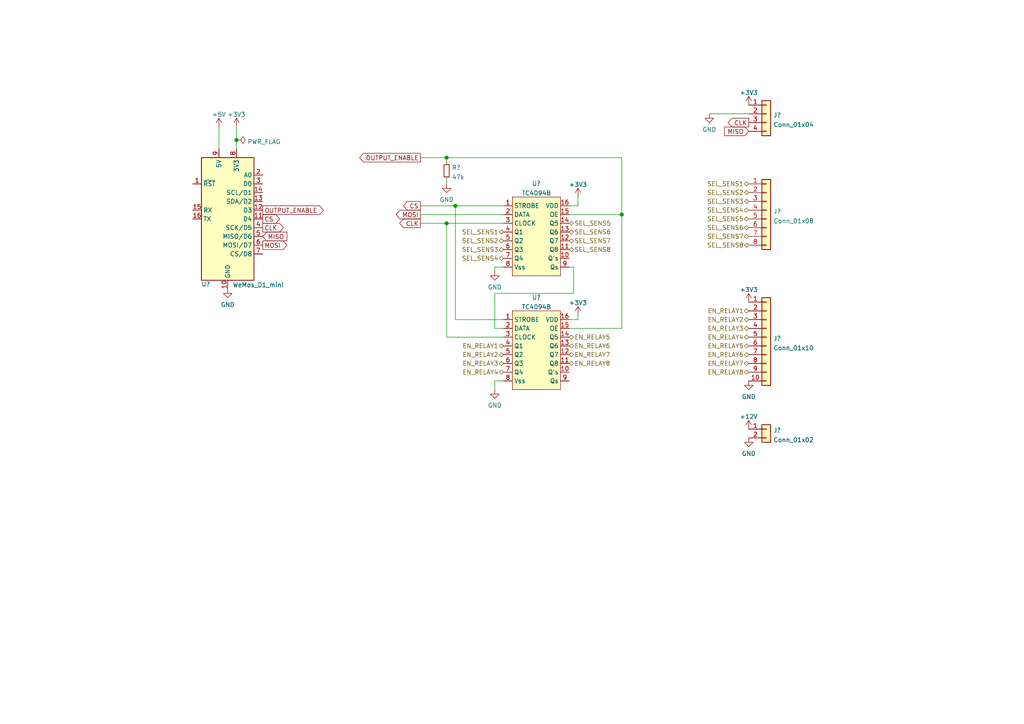
<source format=kicad_sch>
(kicad_sch (version 20210621) (generator eeschema)
  (paper "A4")
  (lib_symbols
    (symbol "Connector_Generic:Conn_01x02" (pin_names (offset 1.016) hide)
      (property "Reference" "J" (at 0 2.54 0))
      (property "Value" "Conn_01x02" (at 0 -5.08 0))
      (symbol "Conn_01x02_1_1"
        (rectangle (start -1.27 -2.413) (end 0 -2.667) (stroke (width 0.1524)))
        (rectangle (start -1.27 0.127) (end 0 -0.127) (stroke (width 0.1524)))
        (rectangle (start -1.27 1.27) (end 1.27 -3.81) (stroke (width 0.254)) (fill (type background)))
        (pin passive line (at -5.08 0 0) (length 3.81) (name "Pin_1") (number "1"))
        (pin passive line (at -5.08 -2.54 0) (length 3.81) (name "Pin_2") (number "2"))
      )
    )
    (symbol "Connector_Generic:Conn_01x04" (pin_names (offset 1.016) hide)
      (property "Reference" "J" (at 0 5.08 0))
      (property "Value" "Conn_01x04" (at 0 -7.62 0))
      (symbol "Conn_01x04_1_1"
        (rectangle (start -1.27 -4.953) (end 0 -5.207) (stroke (width 0.1524)))
        (rectangle (start -1.27 -2.413) (end 0 -2.667) (stroke (width 0.1524)))
        (rectangle (start -1.27 0.127) (end 0 -0.127) (stroke (width 0.1524)))
        (rectangle (start -1.27 2.667) (end 0 2.413) (stroke (width 0.1524)))
        (rectangle (start -1.27 3.81) (end 1.27 -6.35) (stroke (width 0.254)) (fill (type background)))
        (pin passive line (at -5.08 2.54 0) (length 3.81) (name "Pin_1") (number "1"))
        (pin passive line (at -5.08 0 0) (length 3.81) (name "Pin_2") (number "2"))
        (pin passive line (at -5.08 -2.54 0) (length 3.81) (name "Pin_3") (number "3"))
        (pin passive line (at -5.08 -5.08 0) (length 3.81) (name "Pin_4") (number "4"))
      )
    )
    (symbol "Connector_Generic:Conn_01x08" (pin_names (offset 1.016) hide)
      (property "Reference" "J" (at 0 10.16 0))
      (property "Value" "Conn_01x08" (at 0 -12.7 0))
      (symbol "Conn_01x08_1_1"
        (rectangle (start -1.27 -10.033) (end 0 -10.287) (stroke (width 0.1524)))
        (rectangle (start -1.27 -7.493) (end 0 -7.747) (stroke (width 0.1524)))
        (rectangle (start -1.27 -4.953) (end 0 -5.207) (stroke (width 0.1524)))
        (rectangle (start -1.27 -2.413) (end 0 -2.667) (stroke (width 0.1524)))
        (rectangle (start -1.27 0.127) (end 0 -0.127) (stroke (width 0.1524)))
        (rectangle (start -1.27 2.667) (end 0 2.413) (stroke (width 0.1524)))
        (rectangle (start -1.27 5.207) (end 0 4.953) (stroke (width 0.1524)))
        (rectangle (start -1.27 7.747) (end 0 7.493) (stroke (width 0.1524)))
        (rectangle (start -1.27 8.89) (end 1.27 -11.43) (stroke (width 0.254)) (fill (type background)))
        (pin passive line (at -5.08 7.62 0) (length 3.81) (name "Pin_1") (number "1"))
        (pin passive line (at -5.08 5.08 0) (length 3.81) (name "Pin_2") (number "2"))
        (pin passive line (at -5.08 2.54 0) (length 3.81) (name "Pin_3") (number "3"))
        (pin passive line (at -5.08 0 0) (length 3.81) (name "Pin_4") (number "4"))
        (pin passive line (at -5.08 -2.54 0) (length 3.81) (name "Pin_5") (number "5"))
        (pin passive line (at -5.08 -5.08 0) (length 3.81) (name "Pin_6") (number "6"))
        (pin passive line (at -5.08 -7.62 0) (length 3.81) (name "Pin_7") (number "7"))
        (pin passive line (at -5.08 -10.16 0) (length 3.81) (name "Pin_8") (number "8"))
      )
    )
    (symbol "Connector_Generic:Conn_01x10" (pin_names (offset 1.016) hide)
      (property "Reference" "J" (at 0 12.7 0))
      (property "Value" "Conn_01x10" (at 0 -15.24 0))
      (symbol "Conn_01x10_1_1"
        (rectangle (start -1.27 -12.573) (end 0 -12.827) (stroke (width 0.1524)))
        (rectangle (start -1.27 -10.033) (end 0 -10.287) (stroke (width 0.1524)))
        (rectangle (start -1.27 -7.493) (end 0 -7.747) (stroke (width 0.1524)))
        (rectangle (start -1.27 -4.953) (end 0 -5.207) (stroke (width 0.1524)))
        (rectangle (start -1.27 -2.413) (end 0 -2.667) (stroke (width 0.1524)))
        (rectangle (start -1.27 0.127) (end 0 -0.127) (stroke (width 0.1524)))
        (rectangle (start -1.27 2.667) (end 0 2.413) (stroke (width 0.1524)))
        (rectangle (start -1.27 5.207) (end 0 4.953) (stroke (width 0.1524)))
        (rectangle (start -1.27 7.747) (end 0 7.493) (stroke (width 0.1524)))
        (rectangle (start -1.27 10.287) (end 0 10.033) (stroke (width 0.1524)))
        (rectangle (start -1.27 11.43) (end 1.27 -13.97) (stroke (width 0.254)) (fill (type background)))
        (pin passive line (at -5.08 10.16 0) (length 3.81) (name "Pin_1") (number "1"))
        (pin passive line (at -5.08 -12.7 0) (length 3.81) (name "Pin_10") (number "10"))
        (pin passive line (at -5.08 7.62 0) (length 3.81) (name "Pin_2") (number "2"))
        (pin passive line (at -5.08 5.08 0) (length 3.81) (name "Pin_3") (number "3"))
        (pin passive line (at -5.08 2.54 0) (length 3.81) (name "Pin_4") (number "4"))
        (pin passive line (at -5.08 0 0) (length 3.81) (name "Pin_5") (number "5"))
        (pin passive line (at -5.08 -2.54 0) (length 3.81) (name "Pin_6") (number "6"))
        (pin passive line (at -5.08 -5.08 0) (length 3.81) (name "Pin_7") (number "7"))
        (pin passive line (at -5.08 -7.62 0) (length 3.81) (name "Pin_8") (number "8"))
        (pin passive line (at -5.08 -10.16 0) (length 3.81) (name "Pin_9") (number "9"))
      )
    )
    (symbol "Device:R_Small" (pin_numbers hide) (pin_names (offset 0.254) hide)
      (property "Reference" "R" (at 0.762 0.508 0))
      (property "Value" "R_Small" (at 0.762 -1.016 0))
      (symbol "R_Small_0_1"
        (rectangle (start -0.762 1.778) (end 0.762 -1.778) (stroke (width 0.2032)))
      )
      (symbol "R_Small_1_1"
        (pin passive line (at 0 2.54 270) (length 0.762) (name "~") (number "1"))
        (pin passive line (at 0 -2.54 90) (length 0.762) (name "~") (number "2"))
      )
    )
    (symbol "MCU_Module:WeMos_D1_mini"
      (property "Reference" "U" (at 3.81 19.05 0))
      (property "Value" "WeMos_D1_mini" (at 1.27 -19.05 0))
      (symbol "WeMos_D1_mini_1_1"
        (rectangle (start -7.62 17.78) (end 7.62 -17.78) (stroke (width 0.254)) (fill (type background)))
        (pin input line (at -10.16 10.16 0) (length 2.54) (name "~{RST}") (number "1"))
        (pin power_in line (at 0 -20.32 90) (length 2.54) (name "GND") (number "10"))
        (pin bidirectional line (at 10.16 0 180) (length 2.54) (name "D4") (number "11"))
        (pin bidirectional line (at 10.16 2.54 180) (length 2.54) (name "D3") (number "12"))
        (pin bidirectional line (at 10.16 5.08 180) (length 2.54) (name "SDA/D2") (number "13"))
        (pin bidirectional line (at 10.16 7.62 180) (length 2.54) (name "SCL/D1") (number "14"))
        (pin input line (at -10.16 2.54 0) (length 2.54) (name "RX") (number "15"))
        (pin output line (at -10.16 0 0) (length 2.54) (name "TX") (number "16"))
        (pin input line (at 10.16 12.7 180) (length 2.54) (name "A0") (number "2"))
        (pin bidirectional line (at 10.16 10.16 180) (length 2.54) (name "D0") (number "3"))
        (pin bidirectional line (at 10.16 -2.54 180) (length 2.54) (name "SCK/D5") (number "4"))
        (pin bidirectional line (at 10.16 -5.08 180) (length 2.54) (name "MISO/D6") (number "5"))
        (pin bidirectional line (at 10.16 -7.62 180) (length 2.54) (name "MOSI/D7") (number "6"))
        (pin bidirectional line (at 10.16 -10.16 180) (length 2.54) (name "CS/D8") (number "7"))
        (pin power_out line (at 2.54 20.32 270) (length 2.54) (name "3V3") (number "8"))
        (pin power_in line (at -2.54 20.32 270) (length 2.54) (name "5V") (number "9"))
      )
    )
    (symbol "phase_angle_control:TC4094B"
      (property "Reference" "U" (at -1.27 0 0))
      (property "Value" "TC4094B" (at 2.54 -25.4 0))
      (symbol "TC4094B_0_1"
        (rectangle (start -1.27 -1.27) (end 12.7 -24.13) (stroke (width 0.1524)) (fill (type background)))
      )
      (symbol "TC4094B_1_1"
        (pin input line (at -3.81 -3.81 0) (length 2.54) (name "STROBE") (number "1"))
        (pin output line (at 15.24 -19.05 180) (length 2.54) (name "Q's") (number "10"))
        (pin tri_state line (at 15.24 -16.51 180) (length 2.54) (name "Q8") (number "11"))
        (pin tri_state line (at 15.24 -13.97 180) (length 2.54) (name "Q7") (number "12"))
        (pin tri_state line (at 15.24 -11.43 180) (length 2.54) (name "Q6") (number "13"))
        (pin tri_state line (at 15.24 -8.89 180) (length 2.54) (name "Q5") (number "14"))
        (pin input line (at 15.24 -6.35 180) (length 2.54) (name "OE") (number "15"))
        (pin passive line (at 15.24 -3.81 180) (length 2.54) (name "VDD") (number "16"))
        (pin input line (at -3.81 -6.35 0) (length 2.54) (name "DATA") (number "2"))
        (pin input line (at -3.81 -8.89 0) (length 2.54) (name "CLOCK") (number "3"))
        (pin tri_state line (at -3.81 -11.43 0) (length 2.54) (name "Q1") (number "4"))
        (pin tri_state line (at -3.81 -13.97 0) (length 2.54) (name "Q2") (number "5"))
        (pin tri_state line (at -3.81 -16.51 0) (length 2.54) (name "Q3") (number "6"))
        (pin tri_state line (at -3.81 -19.05 0) (length 2.54) (name "Q4") (number "7"))
        (pin passive line (at -3.81 -21.59 0) (length 2.54) (name "Vss") (number "8"))
        (pin output line (at 15.24 -21.59 180) (length 2.54) (name "Qs") (number "9"))
      )
    )
    (symbol "power:+12V" (power) (pin_names (offset 0))
      (property "Value" "+12V" (at 0 3.556 0))
      (symbol "+12V_0_1"
        (polyline (pts (xy -0.762 1.27) (xy 0 2.54)))
        (polyline (pts (xy 0 0) (xy 0 2.54)))
        (polyline (pts (xy 0 2.54) (xy 0.762 1.27)))
      )
      (symbol "+12V_1_1"
        (pin power_in line (at 0 0 90) (length 0) hide (name "+12V") (number "1"))
      )
    )
    (symbol "power:+3.3V" (power) (pin_names (offset 0))
      (property "Value" "+3.3V" (at 0 3.556 0))
      (symbol "+3.3V_0_1"
        (polyline (pts (xy -0.762 1.27) (xy 0 2.54)))
        (polyline (pts (xy 0 0) (xy 0 2.54)))
        (polyline (pts (xy 0 2.54) (xy 0.762 1.27)))
      )
      (symbol "+3.3V_1_1"
        (pin power_in line (at 0 0 90) (length 0) hide (name "+3V3") (number "1"))
      )
    )
    (symbol "power:+5V" (power) (pin_names (offset 0))
      (property "Value" "+5V" (at 0 3.556 0))
      (symbol "+5V_0_1"
        (polyline (pts (xy -0.762 1.27) (xy 0 2.54)))
        (polyline (pts (xy 0 0) (xy 0 2.54)))
        (polyline (pts (xy 0 2.54) (xy 0.762 1.27)))
      )
      (symbol "+5V_1_1"
        (pin power_in line (at 0 0 90) (length 0) hide (name "+5V") (number "1"))
      )
    )
    (symbol "power:GND" (power) (pin_names (offset 0))
      (property "Value" "GND" (at 0 -3.81 0))
      (symbol "GND_0_1"
        (polyline (pts (xy 0 0) (xy 0 -1.27) (xy 1.27 -1.27) (xy 0 -2.54) (xy -1.27 -1.27) (xy 0 -1.27)))
      )
      (symbol "GND_1_1"
        (pin power_in line (at 0 0 270) (length 0) hide (name "GND") (number "1"))
      )
    )
    (symbol "power:PWR_FLAG" (power) (pin_numbers hide) (pin_names (offset 0) hide)
      (property "Value" "PWR_FLAG" (at 0 3.81 0))
      (symbol "PWR_FLAG_0_0"
        (pin power_out line (at 0 0 90) (length 0) (name "pwr") (number "1"))
      )
      (symbol "PWR_FLAG_0_1"
        (polyline (pts (xy 0 0) (xy 0 1.27) (xy -1.016 1.905) (xy 0 2.54) (xy 1.016 1.905) (xy 0 1.27)))
      )
    )
  )
  (junction (at 68.58 40.64) (diameter 1.016))
  (junction (at 129.54 45.72) (diameter 1.016))
  (junction (at 129.54 64.77) (diameter 1.016))
  (junction (at 132.08 59.69) (diameter 1.016))
  (junction (at 180.34 62.23) (diameter 1.016))
  (wire (pts (xy 63.5 36.83) (xy 63.5 43.18)))
  (wire (pts (xy 68.58 36.83) (xy 68.58 40.64)))
  (wire (pts (xy 68.58 40.64) (xy 68.58 43.18)))
  (wire (pts (xy 121.92 45.72) (xy 129.54 45.72)))
  (wire (pts (xy 121.92 59.69) (xy 132.08 59.69)))
  (wire (pts (xy 121.92 62.23) (xy 146.05 62.23)))
  (wire (pts (xy 121.92 64.77) (xy 129.54 64.77)))
  (wire (pts (xy 129.54 45.72) (xy 129.54 46.99)))
  (wire (pts (xy 129.54 45.72) (xy 180.34 45.72)))
  (wire (pts (xy 129.54 52.07) (xy 129.54 53.34)))
  (wire (pts (xy 129.54 64.77) (xy 129.54 97.79)))
  (wire (pts (xy 129.54 64.77) (xy 146.05 64.77)))
  (wire (pts (xy 129.54 97.79) (xy 146.05 97.79)))
  (wire (pts (xy 132.08 59.69) (xy 146.05 59.69)))
  (wire (pts (xy 132.08 92.71) (xy 132.08 59.69)))
  (wire (pts (xy 143.51 77.47) (xy 146.05 77.47)))
  (wire (pts (xy 143.51 78.74) (xy 143.51 77.47)))
  (wire (pts (xy 143.51 85.09) (xy 143.51 95.25)))
  (wire (pts (xy 143.51 95.25) (xy 146.05 95.25)))
  (wire (pts (xy 143.51 110.49) (xy 146.05 110.49)))
  (wire (pts (xy 143.51 113.03) (xy 143.51 110.49)))
  (wire (pts (xy 146.05 92.71) (xy 132.08 92.71)))
  (wire (pts (xy 165.1 59.69) (xy 167.64 59.69)))
  (wire (pts (xy 165.1 62.23) (xy 180.34 62.23)))
  (wire (pts (xy 165.1 77.47) (xy 166.37 77.47)))
  (wire (pts (xy 165.1 92.71) (xy 167.64 92.71)))
  (wire (pts (xy 166.37 77.47) (xy 166.37 85.09)))
  (wire (pts (xy 166.37 85.09) (xy 143.51 85.09)))
  (wire (pts (xy 167.64 59.69) (xy 167.64 57.15)))
  (wire (pts (xy 167.64 92.71) (xy 167.64 91.44)))
  (wire (pts (xy 180.34 45.72) (xy 180.34 62.23)))
  (wire (pts (xy 180.34 62.23) (xy 180.34 95.25)))
  (wire (pts (xy 180.34 95.25) (xy 165.1 95.25)))
  (wire (pts (xy 205.74 33.02) (xy 217.17 33.02)))
  (global_label "OUTPUT_ENABLE" (shape output) (at 76.2 60.96 0) (property "Intersheet References" "${INTERSHEET_REFS}" (effects hide)))
  (global_label "CS" (shape output) (at 76.2 63.5 0) (property "Intersheet References" "${INTERSHEET_REFS}" (effects hide)))
  (global_label "CLK" (shape output) (at 76.2 66.04 0) (property "Intersheet References" "${INTERSHEET_REFS}" (effects hide)))
  (global_label "MISO" (shape input) (at 76.2 68.58 0) (property "Intersheet References" "${INTERSHEET_REFS}" (effects hide)))
  (global_label "MOSI" (shape output) (at 76.2 71.12 0) (property "Intersheet References" "${INTERSHEET_REFS}" (effects hide)))
  (global_label "OUTPUT_ENABLE" (shape output) (at 121.92 45.72 180) (property "Intersheet References" "${INTERSHEET_REFS}" (effects hide)))
  (global_label "CS" (shape output) (at 121.92 59.69 180) (property "Intersheet References" "${INTERSHEET_REFS}" (effects hide)))
  (global_label "MOSI" (shape output) (at 121.92 62.23 180) (property "Intersheet References" "${INTERSHEET_REFS}" (effects hide)))
  (global_label "CLK" (shape output) (at 121.92 64.77 180) (property "Intersheet References" "${INTERSHEET_REFS}" (effects hide)))
  (global_label "CLK" (shape output) (at 217.17 35.56 180) (property "Intersheet References" "${INTERSHEET_REFS}" (effects hide)))
  (global_label "MISO" (shape input) (at 217.17 38.1 180) (property "Intersheet References" "${INTERSHEET_REFS}" (effects hide)))
  (hierarchical_label "SEL_SENS1" (shape tri_state) (at 146.05 67.31 180))
  (hierarchical_label "SEL_SENS2" (shape tri_state) (at 146.05 69.85 180))
  (hierarchical_label "SEL_SENS3" (shape tri_state) (at 146.05 72.39 180))
  (hierarchical_label "SEL_SENS4" (shape tri_state) (at 146.05 74.93 180))
  (hierarchical_label "EN_RELAY1" (shape tri_state) (at 146.05 100.33 180))
  (hierarchical_label "EN_RELAY2" (shape tri_state) (at 146.05 102.87 180))
  (hierarchical_label "EN_RELAY3" (shape tri_state) (at 146.05 105.41 180))
  (hierarchical_label "EN_RELAY4" (shape tri_state) (at 146.05 107.95 180))
  (hierarchical_label "SEL_SENS5" (shape tri_state) (at 165.1 64.77 0))
  (hierarchical_label "SEL_SENS6" (shape tri_state) (at 165.1 67.31 0))
  (hierarchical_label "SEL_SENS7" (shape tri_state) (at 165.1 69.85 0))
  (hierarchical_label "SEL_SENS8" (shape tri_state) (at 165.1 72.39 0))
  (hierarchical_label "EN_RELAY5" (shape tri_state) (at 165.1 97.79 0))
  (hierarchical_label "EN_RELAY6" (shape tri_state) (at 165.1 100.33 0))
  (hierarchical_label "EN_RELAY7" (shape tri_state) (at 165.1 102.87 0))
  (hierarchical_label "EN_RELAY8" (shape tri_state) (at 165.1 105.41 0))
  (hierarchical_label "SEL_SENS1" (shape tri_state) (at 217.17 53.34 180))
  (hierarchical_label "SEL_SENS2" (shape tri_state) (at 217.17 55.88 180))
  (hierarchical_label "SEL_SENS3" (shape tri_state) (at 217.17 58.42 180))
  (hierarchical_label "SEL_SENS4" (shape tri_state) (at 217.17 60.96 180))
  (hierarchical_label "SEL_SENS5" (shape tri_state) (at 217.17 63.5 180))
  (hierarchical_label "SEL_SENS6" (shape tri_state) (at 217.17 66.04 180))
  (hierarchical_label "SEL_SENS7" (shape tri_state) (at 217.17 68.58 180))
  (hierarchical_label "SEL_SENS8" (shape tri_state) (at 217.17 71.12 180))
  (hierarchical_label "EN_RELAY1" (shape tri_state) (at 217.17 90.17 180))
  (hierarchical_label "EN_RELAY2" (shape tri_state) (at 217.17 92.71 180))
  (hierarchical_label "EN_RELAY3" (shape tri_state) (at 217.17 95.25 180))
  (hierarchical_label "EN_RELAY4" (shape tri_state) (at 217.17 97.79 180))
  (hierarchical_label "EN_RELAY5" (shape tri_state) (at 217.17 100.33 180))
  (hierarchical_label "EN_RELAY6" (shape tri_state) (at 217.17 102.87 180))
  (hierarchical_label "EN_RELAY7" (shape tri_state) (at 217.17 105.41 180))
  (hierarchical_label "EN_RELAY8" (shape tri_state) (at 217.17 107.95 180))
  (symbol (lib_id "power:+5V") (at 63.5 36.83 0) (unit 1)
    (property "Reference" "#PWR?" (effects hide))
    (property "Value" "+5V" (at 63.5 33.2254 0))
  )
  (symbol (lib_id "power:+3.3V") (at 68.58 36.83 0) (unit 1)
    (property "Reference" "#PWR?" (effects hide))
    (property "Value" "+3.3V" (at 68.58 33.2254 0))
  )
  (symbol (lib_id "power:+3.3V") (at 167.64 57.15 0) (unit 1)
    (property "Reference" "#PWR?" (effects hide))
    (property "Value" "+3.3V" (at 167.64 53.5454 0))
  )
  (symbol (lib_id "power:+3.3V") (at 167.64 91.44 0) (unit 1)
    (property "Reference" "#PWR?" (effects hide))
    (property "Value" "+3.3V" (at 167.64 87.8354 0))
  )
  (symbol (lib_id "power:+3.3V") (at 217.17 30.48 0) (unit 1)
    (property "Reference" "#PWR?" (effects hide))
    (property "Value" "+3.3V" (at 217.17 26.8754 0))
  )
  (symbol (lib_id "power:+3.3V") (at 217.17 87.63 0) (unit 1)
    (property "Reference" "#PWR?" (effects hide))
    (property "Value" "+3.3V" (at 217.17 84.0254 0))
  )
  (symbol (lib_id "power:+12V") (at 217.17 124.46 0) (unit 1)
    (property "Reference" "#PWR?" (effects hide))
    (property "Value" "+12V" (at 217.17 120.8554 0))
  )
  (symbol (lib_id "power:PWR_FLAG") (at 68.58 40.64 270) (unit 1)
    (property "Reference" "#FLG?" (effects hide))
    (property "Value" "PWR_FLAG" (at 71.7551 41.119 90) (effects (justify left)))
  )
  (symbol (lib_id "power:GND") (at 66.04 83.82 0) (unit 1)
    (property "Reference" "#PWR?" (effects hide))
    (property "Value" "GND" (at 66.04 88.3826 0))
  )
  (symbol (lib_id "power:GND") (at 129.54 53.34 0) (unit 1)
    (property "Reference" "#PWR?" (effects hide))
    (property "Value" "GND" (at 129.54 57.9026 0))
  )
  (symbol (lib_id "power:GND") (at 143.51 78.74 0) (unit 1)
    (property "Reference" "#PWR?" (effects hide))
    (property "Value" "GND" (at 143.51 83.3026 0))
  )
  (symbol (lib_id "power:GND") (at 143.51 113.03 0) (unit 1)
    (property "Reference" "#PWR?" (effects hide))
    (property "Value" "GND" (at 143.51 117.5926 0))
  )
  (symbol (lib_id "power:GND") (at 205.74 33.02 0) (unit 1)
    (property "Reference" "#PWR?" (effects hide))
    (property "Value" "GND" (at 205.74 37.5826 0))
  )
  (symbol (lib_id "power:GND") (at 217.17 110.49 0) (unit 1)
    (property "Reference" "#PWR?" (effects hide))
    (property "Value" "GND" (at 217.17 115.0526 0))
  )
  (symbol (lib_id "power:GND") (at 217.17 127 0) (unit 1)
    (property "Reference" "#PWR?" (effects hide))
    (property "Value" "GND" (at 217.17 131.5626 0))
  )
  (symbol (lib_id "Device:R_Small") (at 129.54 49.53 180) (unit 1)
    (property "Reference" "R?" (at 131.0387 48.6215 0) (effects (justify right)))
    (property "Value" "47k" (at 131.0387 51.3966 0) (effects (justify right)))
  )
  (symbol (lib_id "Connector_Generic:Conn_01x02") (at 222.25 124.46 0) (unit 1)
    (property "Reference" "J?" (at 224.2821 124.8215 0) (effects (justify left)))
    (property "Value" "Conn_01x02" (at 224.2821 127.5966 0) (effects (justify left)))
  )
  (symbol (lib_id "Connector_Generic:Conn_01x04") (at 222.25 33.02 0) (unit 1)
    (property "Reference" "J?" (at 224.2821 33.3815 0) (effects (justify left)))
    (property "Value" "Conn_01x04" (at 224.2821 36.1566 0) (effects (justify left)))
  )
  (symbol (lib_id "Connector_Generic:Conn_01x08") (at 222.25 60.96 0) (unit 1)
    (property "Reference" "J?" (at 224.2821 61.3215 0) (effects (justify left)))
    (property "Value" "Conn_01x08" (at 224.2821 64.0966 0) (effects (justify left)))
  )
  (symbol (lib_id "Connector_Generic:Conn_01x10") (at 222.25 97.79 0) (unit 1)
    (property "Reference" "J?" (at 224.2821 98.1515 0) (effects (justify left)))
    (property "Value" "Conn_01x10" (at 224.2821 100.9266 0) (effects (justify left)))
  )
  (symbol (lib_id "phase_angle_control:TC4094B") (at 149.86 55.88 0) (unit 1)
    (property "Reference" "U?" (at 155.575 53.2342 0))
    (property "Value" "TC4094B" (at 155.575 56.0093 0))
  )
  (symbol (lib_id "phase_angle_control:TC4094B") (at 149.86 88.9 0) (unit 1)
    (property "Reference" "U?" (at 155.575 86.2542 0))
    (property "Value" "TC4094B" (at 155.575 89.0293 0))
  )
  (symbol (lib_id "MCU_Module:WeMos_D1_mini") (at 66.04 63.5 0) (unit 1)
    (property "Reference" "U?" (at 59.69 82.4136 0))
    (property "Value" "WeMos_D1_mini" (at 74.93 82.6487 0))
    (property "Footprint" "Module:WEMOS_D1_mini_light" (effects hide))
    (property "Datasheet" "https://wiki.wemos.cc/products:d1:d1_mini#documentation" (effects hide))
  )
)
</source>
